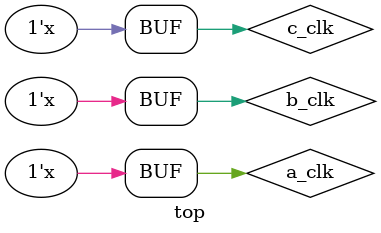
<source format=sv>
module top;

	parameter clock_cycle = 100; 
    bit a_clk, b_clk, c_clk;
	// for every 50 time units toggle the clock. 
	always #(clock_cycle/2) 
	begin 
		a_clk = ~a_clk;	
		b_clk = ~b_clk;
		c_clk = ~c_clk;
	end
 
	calc_inter cacul_2(a_clk, b_clk, c_clk); 	// Handle for interface 
	test t1(cacul_2);  					// Testbench program
	calc2_top   c1( cacul_2.out_data1, cacul_2.out_data2, cacul_2.out_data3, cacul_2.out_data4, cacul_2.out_resp1, cacul_2.out_resp2, cacul_2.out_resp3, cacul_2.out_resp4, cacul_2.out_tag1, cacul_2.out_tag2, cacul_2.out_tag3, cacul_2.out_tag4, cacul_2.scan_out, cacul_2.a_clk, cacul_2.b_clk, cacul_2.c_clk, cacul_2.req1_cmd_in, cacul_2.req1_dataa_in, cacul_2.req1_tag_in, cacul_2.req2_cmd_in, cacul_2.req2_dataa_in, cacul_2.req2_tag_in, cacul_2.req3_cmd_in, cacul_2.req3_dataa_in, cacul_2.req3_tag_in, cacul_2.req4_cmd_in, cacul_2.req4_dataa_in, cacul_2.req4_tag_in, cacul_2.reset, cacul_2.scan_in);
endmodule 

</source>
